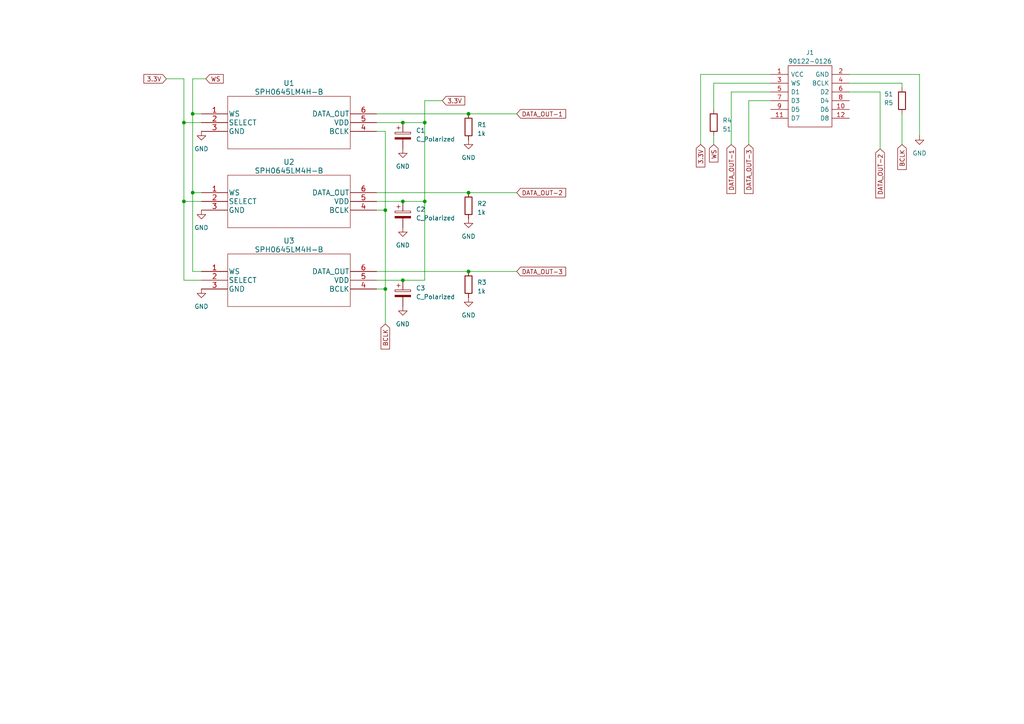
<source format=kicad_sch>
(kicad_sch (version 20230121) (generator eeschema)
  (paper "A4")
  (lib_symbols
    (symbol "Device:C_Polarized" (pin_numbers hide) (pin_names (offset 0.254))
      (property "Reference" "C" (at 0.635 2.54 0))
      (property "Value" "C_Polarized" (at 0.635 -2.54 0))
      (symbol "C_Polarized_0_1"
        (rectangle (start -2.286 0.508) (end 2.286 1.016))
        (polyline (pts (xy -1.778 2.286) (xy -0.762 2.286)))
        (polyline (pts (xy -1.27 2.794) (xy -1.27 1.778)))
        (rectangle (start 2.286 -0.508) (end -2.286 -1.016) (fill (type outline)))
      )
      (symbol "C_Polarized_1_1"
        (pin passive line (at 0 3.81 270) (length 2.794) (name "~") (number "1"))
        (pin passive line (at 0 -3.81 90) (length 2.794) (name "~") (number "2"))
      )
    )
    (symbol "Device:R" (pin_numbers hide) (pin_names (offset 0))
      (property "Reference" "R" (at 2.032 0 90))
      (property "Value" "R" (at 0 0 90))
      (symbol "R_0_1"
        (rectangle (start -1.016 -2.54) (end 1.016 2.54) (stroke (width 0.254)))
      )
      (symbol "R_1_1"
        (pin passive line (at 0 3.81 270) (length 1.27) (name "~") (number "1"))
        (pin passive line (at 0 -3.81 90) (length 1.27) (name "~") (number "2"))
      )
    )
    (symbol "SensU_Microphone_parts:90122-0126" (pin_names (offset 0.762))
      (property "Reference" "J" (at 6.35 -16.51 0))
      (property "Value" "90122-0126" (at 5.08 3.81 0))
      (symbol "90122-0126_0_1"
        (polyline (pts (xy 5.08 2.54) (xy 17.78 2.54) (xy 17.78 -15.24) (xy 5.08 -15.24) (xy 5.08 2.54)) (stroke (width 0.1524)))
      )
      (symbol "90122-0126_1_0"
        (pin power_in line (at 0 0 0) (length 5.08) (name "VCC") (number "1"))
        (pin output line (at 22.86 -10.16 180) (length 5.08) (name "D6") (number "10"))
        (pin output line (at 0 -12.7 0) (length 5.08) (name "D7") (number "11"))
        (pin output line (at 22.86 -12.7 180) (length 5.08) (name "D8") (number "12"))
        (pin power_in line (at 22.86 0 180) (length 5.08) (name "GND") (number "2"))
        (pin tri_state line (at 0 -2.54 0) (length 5.08) (name "WS") (number "3"))
        (pin input line (at 22.86 -2.54 180) (length 5.08) (name "BCLK") (number "4"))
        (pin output line (at 0 -5.08 0) (length 5.08) (name "D1") (number "5"))
        (pin output line (at 22.86 -5.08 180) (length 5.08) (name "D2") (number "6"))
        (pin output line (at 0 -7.62 0) (length 5.08) (name "D3") (number "7"))
        (pin output line (at 22.86 -7.62 180) (length 5.08) (name "D4") (number "8"))
        (pin output line (at 0 -10.16 0) (length 5.08) (name "D5") (number "9"))
      )
    )
    (symbol "SensU_Microphone_parts:SPH0645LM4H-B" (pin_names (offset 0.254))
      (property "Reference" "U" (at 25.4 10.16 0))
      (property "Value" "SPH0645LM4H-B" (at 25.4 7.62 0))
      (symbol "SPH0645LM4H-B_1_1"
        (polyline (pts (xy 7.62 -10.16) (xy 43.18 -10.16)) (stroke (width 0.127)))
        (polyline (pts (xy 7.62 5.08) (xy 7.62 -10.16)) (stroke (width 0.127)))
        (polyline (pts (xy 43.18 -10.16) (xy 43.18 5.08)) (stroke (width 0.127)))
        (polyline (pts (xy 43.18 5.08) (xy 7.62 5.08)) (stroke (width 0.127)))
        (pin input line (at 0 0 0) (length 7.62) (name "WS") (number "1"))
        (pin input line (at 0 -2.54 0) (length 7.62) (name "SELECT") (number "2"))
        (pin power_in line (at 0 -5.08 0) (length 7.62) (name "GND") (number "3"))
        (pin input line (at 50.8 -5.08 180) (length 7.62) (name "BCLK") (number "4"))
        (pin power_in line (at 50.8 -2.54 180) (length 7.62) (name "VDD") (number "5"))
        (pin output line (at 50.8 0 180) (length 7.62) (name "DATA_OUT") (number "6"))
      )
    )
    (symbol "power:GND" (power) (pin_names (offset 0))
      (property "Value" "GND" (at 0 -3.81 0))
      (symbol "GND_0_1"
        (polyline (pts (xy 0 0) (xy 0 -1.27) (xy 1.27 -1.27) (xy 0 -2.54) (xy -1.27 -1.27) (xy 0 -1.27)))
      )
      (symbol "GND_1_1"
        (pin power_in line (at 0 0 270) (length 0) hide (name "GND") (number "1"))
      )
    )
  )
  (junction (at 53.34 35.56))
  (junction (at 53.34 58.42))
  (junction (at 111.76 60.96))
  (junction (at 135.89 33.02))
  (junction (at 123.19 35.56))
  (junction (at 55.88 55.88))
  (junction (at 116.84 35.56))
  (junction (at 111.76 83.82))
  (junction (at 116.84 58.42))
  (junction (at 55.88 33.02))
  (junction (at 123.19 58.42))
  (junction (at 135.89 78.74))
  (junction (at 116.84 81.28))
  (junction (at 135.89 55.88))
  (wire (pts (xy 111.76 38.1) (xy 111.76 60.96)))
  (wire (pts (xy 212.09 41.91) (xy 212.09 26.67)))
  (wire (pts (xy 266.7 21.59) (xy 246.38 21.59)))
  (wire (pts (xy 123.19 81.28) (xy 123.19 58.42)))
  (wire (pts (xy 135.89 55.88) (xy 149.86 55.88)))
  (wire (pts (xy 116.84 58.42) (xy 123.19 58.42)))
  (wire (pts (xy 111.76 83.82) (xy 111.76 60.96)))
  (wire (pts (xy 55.88 33.02) (xy 55.88 55.88)))
  (wire (pts (xy 212.09 26.67) (xy 223.52 26.67)))
  (wire (pts (xy 261.62 33.02) (xy 261.62 41.91)))
  (wire (pts (xy 48.26 22.86) (xy 53.34 22.86)))
  (wire (pts (xy 261.62 24.13) (xy 246.38 24.13)))
  (wire (pts (xy 53.34 22.86) (xy 53.34 35.56)))
  (wire (pts (xy 203.2 21.59) (xy 223.52 21.59)))
  (wire (pts (xy 55.88 55.88) (xy 58.42 55.88)))
  (wire (pts (xy 203.2 41.91) (xy 203.2 21.59)))
  (wire (pts (xy 109.22 38.1) (xy 111.76 38.1)))
  (wire (pts (xy 128.27 29.21) (xy 123.19 29.21)))
  (wire (pts (xy 55.88 22.86) (xy 55.88 33.02)))
  (wire (pts (xy 59.69 22.86) (xy 55.88 22.86)))
  (wire (pts (xy 123.19 29.21) (xy 123.19 35.56)))
  (wire (pts (xy 109.22 55.88) (xy 135.89 55.88)))
  (wire (pts (xy 123.19 35.56) (xy 116.84 35.56)))
  (wire (pts (xy 53.34 81.28) (xy 53.34 58.42)))
  (wire (pts (xy 123.19 58.42) (xy 123.19 35.56)))
  (wire (pts (xy 135.89 33.02) (xy 149.86 33.02)))
  (wire (pts (xy 53.34 35.56) (xy 58.42 35.56)))
  (wire (pts (xy 266.7 39.37) (xy 266.7 21.59)))
  (wire (pts (xy 135.89 78.74) (xy 149.86 78.74)))
  (wire (pts (xy 109.22 78.74) (xy 135.89 78.74)))
  (wire (pts (xy 207.01 24.13) (xy 223.52 24.13)))
  (wire (pts (xy 109.22 58.42) (xy 116.84 58.42)))
  (wire (pts (xy 58.42 78.74) (xy 55.88 78.74)))
  (wire (pts (xy 58.42 33.02) (xy 55.88 33.02)))
  (wire (pts (xy 116.84 81.28) (xy 123.19 81.28)))
  (wire (pts (xy 111.76 83.82) (xy 111.76 93.98)))
  (wire (pts (xy 58.42 81.28) (xy 53.34 81.28)))
  (wire (pts (xy 246.38 26.67) (xy 255.27 26.67)))
  (wire (pts (xy 109.22 33.02) (xy 135.89 33.02)))
  (wire (pts (xy 207.01 31.75) (xy 207.01 24.13)))
  (wire (pts (xy 109.22 35.56) (xy 116.84 35.56)))
  (wire (pts (xy 55.88 78.74) (xy 55.88 55.88)))
  (wire (pts (xy 217.17 29.21) (xy 223.52 29.21)))
  (wire (pts (xy 261.62 24.13) (xy 261.62 25.4)))
  (wire (pts (xy 53.34 35.56) (xy 53.34 58.42)))
  (wire (pts (xy 217.17 41.91) (xy 217.17 29.21)))
  (wire (pts (xy 109.22 83.82) (xy 111.76 83.82)))
  (wire (pts (xy 255.27 26.67) (xy 255.27 43.18)))
  (wire (pts (xy 58.42 58.42) (xy 53.34 58.42)))
  (wire (pts (xy 111.76 60.96) (xy 109.22 60.96)))
  (wire (pts (xy 109.22 81.28) (xy 116.84 81.28)))
  (wire (pts (xy 207.01 41.91) (xy 207.01 39.37)))
  (global_label "DATA_OUT-3" (shape input) (at 149.86 78.74 0) (property "Intersheetrefs" "${INTERSHEET_REFS}" (effects hide)))
  (global_label "3.3V" (shape input) (at 128.27 29.21 0) (property "Intersheetrefs" "${INTERSHEET_REFS}" (effects hide)))
  (global_label "DATA_OUT-1" (shape input) (at 149.86 33.02 0) (property "Intersheetrefs" "${INTERSHEET_REFS}" (effects hide)))
  (global_label "DATA_OUT-1" (shape input) (at 212.09 41.91 270) (property "Intersheetrefs" "${INTERSHEET_REFS}" (effects hide)))
  (global_label "BCLK" (shape input) (at 261.62 41.91 270) (property "Intersheetrefs" "${INTERSHEET_REFS}" (effects hide)))
  (global_label "DATA_OUT-3" (shape input) (at 217.17 41.91 270) (property "Intersheetrefs" "${INTERSHEET_REFS}" (effects hide)))
  (global_label "DATA_OUT-2" (shape input) (at 255.27 43.18 270) (property "Intersheetrefs" "${INTERSHEET_REFS}" (effects hide)))
  (global_label "3.3V" (shape input) (at 203.2 41.91 270) (property "Intersheetrefs" "${INTERSHEET_REFS}" (effects hide)))
  (global_label "BCLK" (shape input) (at 111.76 93.98 270) (property "Intersheetrefs" "${INTERSHEET_REFS}" (effects hide)))
  (global_label "WS" (shape input) (at 207.01 41.91 270) (property "Intersheetrefs" "${INTERSHEET_REFS}" (effects hide)))
  (global_label "3.3V" (shape input) (at 48.26 22.86 180) (property "Intersheetrefs" "${INTERSHEET_REFS}" (effects hide)))
  (global_label "DATA_OUT-2" (shape input) (at 149.86 55.88 0) (property "Intersheetrefs" "${INTERSHEET_REFS}" (effects hide)))
  (global_label "WS" (shape input) (at 59.69 22.86 0) (property "Intersheetrefs" "${INTERSHEET_REFS}" (effects hide)))
  (symbol (lib_id "Device:R") (at 207.01 35.56 0) (unit 1)
    (property "Reference" "R4" (at 209.55 34.925 0) (effects (justify left)))
    (property "Value" "51" (at 209.55 37.465 0) (effects (justify left)))
    (property "Footprint" "Resistor_SMD:R_0603_1608Metric_Pad0.98x0.95mm_HandSolder" (effects hide))
  )
  (symbol (lib_id "Device:R") (at 261.62 29.21 180) (unit 1)
    (property "Reference" "R5" (at 259.08 29.845 0) (effects (justify left)))
    (property "Value" "51" (at 259.08 27.305 0) (effects (justify left)))
    (property "Footprint" "Resistor_SMD:R_0603_1608Metric_Pad0.98x0.95mm_HandSolder" (effects hide))
  )
  (symbol (lib_id "power:GND") (at 135.89 86.36 0) (unit 1)
    (property "Reference" "#PWR03" (effects hide))
    (property "Value" "GND" (at 135.89 91.44 0))
  )
  (symbol (lib_id "Device:R") (at 135.89 59.69 0) (unit 1)
    (property "Reference" "R2" (at 138.43 59.055 0) (effects (justify left)))
    (property "Value" "1k" (at 138.43 61.595 0) (effects (justify left)))
    (property "Footprint" "Resistor_SMD:R_0603_1608Metric_Pad0.98x0.95mm_HandSolder" (effects hide))
  )
  (symbol (lib_id "SensU_Microphone_parts:SPH0645LM4H-B") (at 58.42 78.74 0) (unit 1)
    (property "Reference" "U3" (at 83.82 69.85 0) (effects (font (size 1.524 1.524))))
    (property "Value" "SPH0645LM4H-B" (at 83.82 72.39 0) (effects (font (size 1.524 1.524))))
    (property "Footprint" "SPH0645LM4H-B_KNO" (effects hide))
  )
  (symbol (lib_id "power:GND") (at 266.7 39.37 0) (unit 1)
    (property "Reference" "#PWR07" (effects hide))
    (property "Value" "GND" (at 266.7 44.45 0))
  )
  (symbol (lib_id "Device:C_Polarized") (at 116.84 62.23 0) (unit 1)
    (property "Reference" "C2" (at 120.65 60.706 0) (effects (justify left)))
    (property "Value" "C_Polarized" (at 120.65 63.246 0) (effects (justify left)))
    (property "Footprint" "Capacitor_SMD:CP_Elec_3x5.3" (effects hide))
  )
  (symbol (lib_id "SensU_Microphone_parts:SPH0645LM4H-B") (at 58.42 33.02 0) (unit 1)
    (property "Reference" "U1" (at 83.82 24.13 0) (effects (font (size 1.524 1.524))))
    (property "Value" "SPH0645LM4H-B" (at 83.82 26.67 0) (effects (font (size 1.524 1.524))))
    (property "Footprint" "SPH0645LM4H-B_KNO" (effects hide))
  )
  (symbol (lib_id "power:GND") (at 135.89 63.5 0) (unit 1)
    (property "Reference" "#PWR02" (effects hide))
    (property "Value" "GND" (at 135.89 68.58 0))
  )
  (symbol (lib_id "power:GND") (at 58.42 83.82 0) (unit 1)
    (property "Reference" "#PWR010" (effects hide))
    (property "Value" "GND" (at 58.42 88.9 0))
  )
  (symbol (lib_id "SensU_Microphone_parts:SPH0645LM4H-B") (at 58.42 55.88 0) (unit 1)
    (property "Reference" "U2" (at 83.82 46.99 0) (effects (font (size 1.524 1.524))))
    (property "Value" "SPH0645LM4H-B" (at 83.82 49.53 0) (effects (font (size 1.524 1.524))))
    (property "Footprint" "SPH0645LM4H-B_KNO" (effects hide))
  )
  (symbol (lib_id "power:GND") (at 116.84 88.9 0) (unit 1)
    (property "Reference" "#PWR06" (effects hide))
    (property "Value" "GND" (at 116.84 93.98 0))
  )
  (symbol (lib_id "power:GND") (at 58.42 38.1 0) (unit 1)
    (property "Reference" "#PWR08" (effects hide))
    (property "Value" "GND" (at 58.42 43.18 0))
  )
  (symbol (lib_id "power:GND") (at 116.84 66.04 0) (unit 1)
    (property "Reference" "#PWR05" (effects hide))
    (property "Value" "GND" (at 116.84 71.12 0))
  )
  (symbol (lib_id "power:GND") (at 58.42 60.96 0) (unit 1)
    (property "Reference" "#PWR09" (effects hide))
    (property "Value" "GND" (at 58.42 66.04 0))
  )
  (symbol (lib_id "Device:R") (at 135.89 82.55 0) (unit 1)
    (property "Reference" "R3" (at 138.43 81.915 0) (effects (justify left)))
    (property "Value" "1k" (at 138.43 84.455 0) (effects (justify left)))
    (property "Footprint" "Resistor_SMD:R_0603_1608Metric_Pad0.98x0.95mm_HandSolder" (effects hide))
  )
  (symbol (lib_id "SensU_Microphone_parts:90122-0126") (at 223.52 21.59 0) (unit 1)
    (property "Reference" "J1" (at 234.95 15.24 0))
    (property "Value" "90122-0126" (at 234.95 17.78 0))
    (property "Footprint" "HDRRA12W65P254_2X6_1516X250X615P" (effects hide))
    (property "Datasheet" "https://componentsearchengine.com/Datasheets/2/90122-0126.pdf" (effects hide))
    (property "Description" "Headers & Wire Housings 2.54MM CGRIDIII HDR 12P R/A DR TIN" (effects hide))
    (property "Height" "6.15" (effects hide))
    (property "Mouser Part Number" "538-90122-0126" (effects hide))
    (property "Mouser Price/Stock" "https://www.mouser.co.uk/ProductDetail/Molex/90122-0126?qs=PvP5v7Eimsm0iCqn6boA0w%3D%3D" (effects hide))
    (property "Manufacturer_Name" "Molex" (effects hide))
    (property "Manufacturer_Part_Number" "90122-0126" (effects hide))
  )
  (symbol (lib_id "Device:R") (at 135.89 36.83 0) (unit 1)
    (property "Reference" "R1" (at 138.43 36.195 0) (effects (justify left)))
    (property "Value" "1k" (at 138.43 38.735 0) (effects (justify left)))
    (property "Footprint" "Resistor_SMD:R_0603_1608Metric_Pad0.98x0.95mm_HandSolder" (effects hide))
  )
  (symbol (lib_id "power:GND") (at 116.84 43.18 0) (unit 1)
    (property "Reference" "#PWR04" (effects hide))
    (property "Value" "GND" (at 116.84 48.26 0))
  )
  (symbol (lib_id "Device:C_Polarized") (at 116.84 85.09 0) (unit 1)
    (property "Reference" "C3" (at 120.65 83.566 0) (effects (justify left)))
    (property "Value" "C_Polarized" (at 120.65 86.106 0) (effects (justify left)))
    (property "Footprint" "Capacitor_SMD:CP_Elec_3x5.3" (effects hide))
  )
  (symbol (lib_id "Device:C_Polarized") (at 116.84 39.37 0) (unit 1)
    (property "Reference" "C1" (at 120.65 37.846 0) (effects (justify left)))
    (property "Value" "C_Polarized" (at 120.65 40.386 0) (effects (justify left)))
    (property "Footprint" "Capacitor_SMD:CP_Elec_3x5.3" (effects hide))
  )
  (symbol (lib_id "power:GND") (at 135.89 40.64 0) (unit 1)
    (property "Reference" "#PWR01" (effects hide))
    (property "Value" "GND" (at 135.89 45.72 0))
  )
)
</source>
